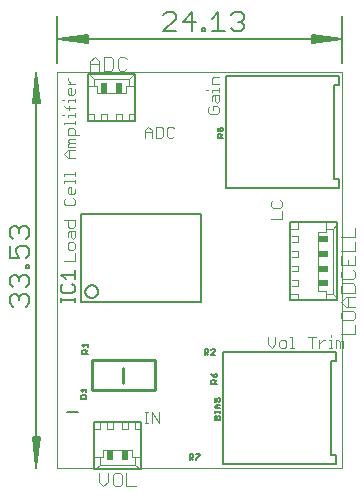
<source format=gto>
G75*
%MOIN*%
%OFA0B0*%
%FSLAX25Y25*%
%IPPOS*%
%LPD*%
%AMOC8*
5,1,8,0,0,1.08239X$1,22.5*
%
%ADD10C,0.00000*%
%ADD11C,0.00300*%
%ADD12C,0.00512*%
%ADD13C,0.00600*%
%ADD14C,0.00500*%
%ADD15C,0.01000*%
%ADD16C,0.00800*%
%ADD17C,0.00200*%
%ADD18C,0.00400*%
%ADD19R,0.01969X0.03445*%
%ADD20R,0.03445X0.01969*%
D10*
X0019595Y0008986D02*
X0019595Y0140946D01*
X0114296Y0140946D01*
X0114296Y0008986D01*
X0019595Y0008986D01*
D11*
X0048607Y0024136D02*
X0049841Y0024136D01*
X0049224Y0024136D02*
X0049224Y0027839D01*
X0048607Y0027839D02*
X0049841Y0027839D01*
X0051062Y0027839D02*
X0053531Y0024136D01*
X0053531Y0027839D01*
X0051062Y0027839D02*
X0051062Y0024136D01*
X0089745Y0050370D02*
X0090980Y0049136D01*
X0092214Y0050370D01*
X0092214Y0052839D01*
X0094045Y0051604D02*
X0093428Y0050987D01*
X0093428Y0049753D01*
X0094045Y0049136D01*
X0095280Y0049136D01*
X0095897Y0049753D01*
X0095897Y0050987D01*
X0095280Y0051604D01*
X0094045Y0051604D01*
X0097111Y0052839D02*
X0097729Y0052839D01*
X0097729Y0049136D01*
X0098346Y0049136D02*
X0097111Y0049136D01*
X0103250Y0052839D02*
X0105719Y0052839D01*
X0104484Y0052839D02*
X0104484Y0049136D01*
X0106933Y0049136D02*
X0106933Y0051604D01*
X0106933Y0050370D02*
X0108168Y0051604D01*
X0108785Y0051604D01*
X0110002Y0051604D02*
X0110620Y0051604D01*
X0110620Y0049136D01*
X0111237Y0049136D02*
X0110002Y0049136D01*
X0112458Y0049136D02*
X0112458Y0051604D01*
X0113075Y0051604D01*
X0113692Y0050987D01*
X0114309Y0051604D01*
X0114927Y0050987D01*
X0114927Y0049136D01*
X0113692Y0049136D02*
X0113692Y0050987D01*
X0110620Y0052839D02*
X0110620Y0053456D01*
X0089745Y0052839D02*
X0089745Y0050370D01*
X0090742Y0092136D02*
X0094445Y0092136D01*
X0094445Y0094604D01*
X0093828Y0095819D02*
X0094445Y0096436D01*
X0094445Y0097670D01*
X0093828Y0098287D01*
X0093828Y0095819D02*
X0091359Y0095819D01*
X0090742Y0096436D01*
X0090742Y0097670D01*
X0091359Y0098287D01*
X0072828Y0127136D02*
X0070359Y0127136D01*
X0069742Y0127753D01*
X0069742Y0128987D01*
X0070359Y0129604D01*
X0071594Y0129604D02*
X0071594Y0128370D01*
X0071594Y0129604D02*
X0072828Y0129604D01*
X0073445Y0128987D01*
X0073445Y0127753D01*
X0072828Y0127136D01*
X0072828Y0130819D02*
X0072211Y0131436D01*
X0072211Y0133287D01*
X0071594Y0133287D02*
X0073445Y0133287D01*
X0073445Y0131436D01*
X0072828Y0130819D01*
X0070976Y0131436D02*
X0070976Y0132670D01*
X0071594Y0133287D01*
X0070976Y0134502D02*
X0070976Y0135119D01*
X0073445Y0135119D01*
X0073445Y0134502D02*
X0073445Y0135736D01*
X0073445Y0136957D02*
X0070976Y0136957D01*
X0070976Y0138809D01*
X0071594Y0139426D01*
X0073445Y0139426D01*
X0069742Y0135119D02*
X0069125Y0135119D01*
X0057914Y0122839D02*
X0058531Y0122222D01*
X0057914Y0122839D02*
X0056679Y0122839D01*
X0056062Y0122222D01*
X0056062Y0119753D01*
X0056679Y0119136D01*
X0057914Y0119136D01*
X0058531Y0119753D01*
X0054848Y0119753D02*
X0054848Y0122222D01*
X0054230Y0122839D01*
X0052379Y0122839D01*
X0052379Y0119136D01*
X0054230Y0119136D01*
X0054848Y0119753D01*
X0051164Y0119136D02*
X0051164Y0121604D01*
X0049930Y0122839D01*
X0048696Y0121604D01*
X0048696Y0119136D01*
X0048696Y0120987D02*
X0051164Y0120987D01*
X0026680Y0119878D02*
X0022976Y0119878D01*
X0022976Y0121729D01*
X0023594Y0122347D01*
X0024828Y0122347D01*
X0025445Y0121729D01*
X0025445Y0119878D01*
X0025445Y0118663D02*
X0023594Y0118663D01*
X0022976Y0118046D01*
X0023594Y0117429D01*
X0025445Y0117429D01*
X0025445Y0116195D02*
X0022976Y0116195D01*
X0022976Y0116812D01*
X0023594Y0117429D01*
X0023594Y0114980D02*
X0023594Y0112512D01*
X0022976Y0112512D02*
X0021742Y0113746D01*
X0022976Y0114980D01*
X0025445Y0114980D01*
X0025445Y0112512D02*
X0022976Y0112512D01*
X0025445Y0107607D02*
X0025445Y0106373D01*
X0025445Y0106990D02*
X0021742Y0106990D01*
X0021742Y0106373D01*
X0021742Y0104535D02*
X0025445Y0104535D01*
X0025445Y0103918D02*
X0025445Y0105152D01*
X0024211Y0102703D02*
X0024211Y0100234D01*
X0024828Y0100234D02*
X0023594Y0100234D01*
X0022976Y0100852D01*
X0022976Y0102086D01*
X0023594Y0102703D01*
X0024211Y0102703D01*
X0025445Y0102086D02*
X0025445Y0100852D01*
X0024828Y0100234D01*
X0024828Y0099020D02*
X0025445Y0098403D01*
X0025445Y0097168D01*
X0024828Y0096551D01*
X0022359Y0096551D01*
X0021742Y0097168D01*
X0021742Y0098403D01*
X0022359Y0099020D01*
X0021742Y0103918D02*
X0021742Y0104535D01*
X0021742Y0091654D02*
X0025445Y0091654D01*
X0025445Y0089802D01*
X0024828Y0089185D01*
X0023594Y0089185D01*
X0022976Y0089802D01*
X0022976Y0091654D01*
X0023594Y0087971D02*
X0022976Y0087353D01*
X0022976Y0086119D01*
X0024211Y0086119D02*
X0024211Y0087971D01*
X0023594Y0087971D02*
X0025445Y0087971D01*
X0025445Y0086119D01*
X0024828Y0085502D01*
X0024211Y0086119D01*
X0024828Y0084287D02*
X0023594Y0084287D01*
X0022976Y0083670D01*
X0022976Y0082436D01*
X0023594Y0081819D01*
X0024828Y0081819D01*
X0025445Y0082436D01*
X0025445Y0083670D01*
X0024828Y0084287D01*
X0025445Y0080604D02*
X0025445Y0078136D01*
X0021742Y0078136D01*
X0021742Y0123561D02*
X0021742Y0124178D01*
X0025445Y0124178D01*
X0025445Y0123561D02*
X0025445Y0124795D01*
X0025445Y0126016D02*
X0025445Y0127251D01*
X0025445Y0126634D02*
X0022976Y0126634D01*
X0022976Y0126016D01*
X0021742Y0126634D02*
X0021125Y0126634D01*
X0022359Y0129089D02*
X0021742Y0129706D01*
X0022359Y0129089D02*
X0025445Y0129089D01*
X0025445Y0130927D02*
X0025445Y0132162D01*
X0025445Y0131544D02*
X0022976Y0131544D01*
X0022976Y0130927D01*
X0023594Y0129706D02*
X0023594Y0128472D01*
X0021742Y0131544D02*
X0021125Y0131544D01*
X0022976Y0134000D02*
X0022976Y0135234D01*
X0023594Y0135851D01*
X0024211Y0135851D01*
X0024211Y0133383D01*
X0024828Y0133383D02*
X0023594Y0133383D01*
X0022976Y0134000D01*
X0024828Y0133383D02*
X0025445Y0134000D01*
X0025445Y0135234D01*
X0025445Y0137066D02*
X0022976Y0137066D01*
X0022976Y0138300D02*
X0022976Y0138917D01*
X0022976Y0138300D02*
X0024211Y0137066D01*
D12*
X0012595Y0008986D02*
X0012595Y0008986D01*
X0012595Y0009241D02*
X0013619Y0019222D01*
X0013852Y0019222D02*
X0012595Y0009241D01*
X0011572Y0019222D01*
X0011338Y0019222D02*
X0013852Y0019222D01*
X0013107Y0019222D02*
X0012595Y0009241D01*
X0012083Y0019222D01*
X0011338Y0019222D02*
X0012595Y0009241D01*
X0012595Y0140730D01*
X0013619Y0130749D01*
X0013852Y0130749D02*
X0012595Y0140730D01*
X0011572Y0130749D01*
X0011338Y0130749D02*
X0013852Y0130749D01*
X0013107Y0130749D02*
X0012595Y0140730D01*
X0012083Y0130749D01*
X0011338Y0130749D02*
X0012595Y0140730D01*
X0012595Y0140986D02*
X0012595Y0140986D01*
X0019595Y0143986D02*
X0019595Y0159663D01*
X0019851Y0151986D02*
X0029831Y0150962D01*
X0029831Y0150729D02*
X0019851Y0151986D01*
X0029831Y0153009D01*
X0029831Y0153242D02*
X0029831Y0150729D01*
X0029831Y0151474D02*
X0019851Y0151986D01*
X0029831Y0152497D01*
X0029831Y0153242D02*
X0019851Y0151986D01*
X0114339Y0151986D01*
X0104359Y0150962D01*
X0104359Y0150729D02*
X0114339Y0151986D01*
X0104359Y0153009D01*
X0104359Y0153242D02*
X0104359Y0150729D01*
X0104359Y0151474D02*
X0114339Y0151986D01*
X0104359Y0152497D01*
X0104359Y0153242D02*
X0114339Y0151986D01*
X0114595Y0159663D02*
X0114595Y0143986D01*
D13*
X0081750Y0155615D02*
X0080682Y0154547D01*
X0078547Y0154547D01*
X0077479Y0155615D01*
X0075304Y0154547D02*
X0071034Y0154547D01*
X0073169Y0154547D02*
X0073169Y0160953D01*
X0071034Y0158818D01*
X0068879Y0155615D02*
X0068879Y0154547D01*
X0067811Y0154547D01*
X0067811Y0155615D01*
X0068879Y0155615D01*
X0065636Y0157750D02*
X0061366Y0157750D01*
X0064568Y0160953D01*
X0064568Y0154547D01*
X0059190Y0154547D02*
X0054920Y0154547D01*
X0059190Y0158818D01*
X0059190Y0159885D01*
X0058123Y0160953D01*
X0055988Y0160953D01*
X0054920Y0159885D01*
X0077479Y0159885D02*
X0078547Y0160953D01*
X0080682Y0160953D01*
X0081750Y0159885D01*
X0081750Y0158818D01*
X0080682Y0157750D01*
X0081750Y0156683D01*
X0081750Y0155615D01*
X0080682Y0157750D02*
X0079614Y0157750D01*
X0067497Y0093584D02*
X0027394Y0093584D01*
X0027394Y0064387D01*
X0067497Y0064387D01*
X0067497Y0093584D01*
X0028895Y0067886D02*
X0028897Y0067978D01*
X0028903Y0068069D01*
X0028913Y0068160D01*
X0028927Y0068251D01*
X0028945Y0068341D01*
X0028967Y0068430D01*
X0028992Y0068517D01*
X0029022Y0068604D01*
X0029055Y0068690D01*
X0029092Y0068773D01*
X0029132Y0068856D01*
X0029176Y0068936D01*
X0029224Y0069014D01*
X0029275Y0069091D01*
X0029329Y0069164D01*
X0029386Y0069236D01*
X0029447Y0069305D01*
X0029510Y0069371D01*
X0029576Y0069434D01*
X0029645Y0069495D01*
X0029717Y0069552D01*
X0029790Y0069606D01*
X0029867Y0069657D01*
X0029945Y0069705D01*
X0030025Y0069749D01*
X0030108Y0069789D01*
X0030191Y0069826D01*
X0030277Y0069859D01*
X0030364Y0069889D01*
X0030451Y0069914D01*
X0030540Y0069936D01*
X0030630Y0069954D01*
X0030721Y0069968D01*
X0030812Y0069978D01*
X0030903Y0069984D01*
X0030995Y0069986D01*
X0031087Y0069984D01*
X0031178Y0069978D01*
X0031269Y0069968D01*
X0031360Y0069954D01*
X0031450Y0069936D01*
X0031539Y0069914D01*
X0031626Y0069889D01*
X0031713Y0069859D01*
X0031799Y0069826D01*
X0031882Y0069789D01*
X0031965Y0069749D01*
X0032045Y0069705D01*
X0032123Y0069657D01*
X0032200Y0069606D01*
X0032273Y0069552D01*
X0032345Y0069495D01*
X0032414Y0069434D01*
X0032480Y0069371D01*
X0032543Y0069305D01*
X0032604Y0069236D01*
X0032661Y0069164D01*
X0032715Y0069091D01*
X0032766Y0069014D01*
X0032814Y0068936D01*
X0032858Y0068856D01*
X0032898Y0068773D01*
X0032935Y0068690D01*
X0032968Y0068604D01*
X0032998Y0068517D01*
X0033023Y0068430D01*
X0033045Y0068341D01*
X0033063Y0068251D01*
X0033077Y0068160D01*
X0033087Y0068069D01*
X0033093Y0067978D01*
X0033095Y0067886D01*
X0033093Y0067794D01*
X0033087Y0067703D01*
X0033077Y0067612D01*
X0033063Y0067521D01*
X0033045Y0067431D01*
X0033023Y0067342D01*
X0032998Y0067255D01*
X0032968Y0067168D01*
X0032935Y0067082D01*
X0032898Y0066999D01*
X0032858Y0066916D01*
X0032814Y0066836D01*
X0032766Y0066758D01*
X0032715Y0066681D01*
X0032661Y0066608D01*
X0032604Y0066536D01*
X0032543Y0066467D01*
X0032480Y0066401D01*
X0032414Y0066338D01*
X0032345Y0066277D01*
X0032273Y0066220D01*
X0032200Y0066166D01*
X0032123Y0066115D01*
X0032045Y0066067D01*
X0031965Y0066023D01*
X0031882Y0065983D01*
X0031799Y0065946D01*
X0031713Y0065913D01*
X0031626Y0065883D01*
X0031539Y0065858D01*
X0031450Y0065836D01*
X0031360Y0065818D01*
X0031269Y0065804D01*
X0031178Y0065794D01*
X0031087Y0065788D01*
X0030995Y0065786D01*
X0030903Y0065788D01*
X0030812Y0065794D01*
X0030721Y0065804D01*
X0030630Y0065818D01*
X0030540Y0065836D01*
X0030451Y0065858D01*
X0030364Y0065883D01*
X0030277Y0065913D01*
X0030191Y0065946D01*
X0030108Y0065983D01*
X0030025Y0066023D01*
X0029945Y0066067D01*
X0029867Y0066115D01*
X0029790Y0066166D01*
X0029717Y0066220D01*
X0029645Y0066277D01*
X0029576Y0066338D01*
X0029510Y0066401D01*
X0029447Y0066467D01*
X0029386Y0066536D01*
X0029329Y0066608D01*
X0029275Y0066681D01*
X0029224Y0066758D01*
X0029176Y0066836D01*
X0029132Y0066916D01*
X0029092Y0066999D01*
X0029055Y0067082D01*
X0029022Y0067168D01*
X0028992Y0067255D01*
X0028967Y0067342D01*
X0028945Y0067431D01*
X0028927Y0067521D01*
X0028913Y0067612D01*
X0028903Y0067703D01*
X0028897Y0067794D01*
X0028895Y0067886D01*
X0010033Y0066013D02*
X0010033Y0063878D01*
X0008966Y0062810D01*
X0006831Y0064946D02*
X0006831Y0066013D01*
X0007898Y0067081D01*
X0008966Y0067081D01*
X0010033Y0066013D01*
X0008966Y0069256D02*
X0010033Y0070323D01*
X0010033Y0072459D01*
X0008966Y0073526D01*
X0007898Y0073526D01*
X0006831Y0072459D01*
X0006831Y0071391D01*
X0006831Y0072459D02*
X0005763Y0073526D01*
X0004695Y0073526D01*
X0003628Y0072459D01*
X0003628Y0070323D01*
X0004695Y0069256D01*
X0004695Y0067081D02*
X0003628Y0066013D01*
X0003628Y0063878D01*
X0004695Y0062810D01*
X0006831Y0066013D02*
X0005763Y0067081D01*
X0004695Y0067081D01*
X0008966Y0075701D02*
X0008966Y0076769D01*
X0010033Y0076769D01*
X0010033Y0075701D01*
X0008966Y0075701D01*
X0008966Y0078924D02*
X0010033Y0079992D01*
X0010033Y0082127D01*
X0008966Y0083194D01*
X0006831Y0083194D01*
X0005763Y0082127D01*
X0005763Y0081059D01*
X0006831Y0078924D01*
X0003628Y0078924D01*
X0003628Y0083194D01*
X0004695Y0085370D02*
X0003628Y0086437D01*
X0003628Y0088572D01*
X0004695Y0089640D01*
X0005763Y0089640D01*
X0006831Y0088572D01*
X0007898Y0089640D01*
X0008966Y0089640D01*
X0010033Y0088572D01*
X0010033Y0086437D01*
X0008966Y0085370D01*
X0006831Y0087505D02*
X0006831Y0088572D01*
D14*
X0020841Y0073410D02*
X0025345Y0073410D01*
X0025345Y0071909D02*
X0025345Y0074911D01*
X0022343Y0071909D02*
X0020841Y0073410D01*
X0021592Y0070307D02*
X0020841Y0069557D01*
X0020841Y0068055D01*
X0021592Y0067305D01*
X0024595Y0067305D01*
X0025345Y0068055D01*
X0025345Y0069557D01*
X0024595Y0070307D01*
X0025345Y0065737D02*
X0025345Y0064236D01*
X0025345Y0064986D02*
X0020841Y0064986D01*
X0020841Y0064236D02*
X0020841Y0065737D01*
X0027844Y0049869D02*
X0029745Y0049869D01*
X0029745Y0049236D02*
X0029745Y0050503D01*
X0028477Y0049236D02*
X0027844Y0049869D01*
X0028160Y0048293D02*
X0027844Y0047976D01*
X0027844Y0047026D01*
X0029745Y0047026D01*
X0029111Y0047026D02*
X0029111Y0047976D01*
X0028794Y0048293D01*
X0028160Y0048293D01*
X0029111Y0047660D02*
X0029745Y0048293D01*
X0029245Y0035503D02*
X0029245Y0034236D01*
X0029245Y0034869D02*
X0027344Y0034869D01*
X0027977Y0034236D01*
X0027660Y0033293D02*
X0028928Y0033293D01*
X0029245Y0032976D01*
X0029245Y0032026D01*
X0027344Y0032026D01*
X0027344Y0032976D01*
X0027660Y0033293D01*
X0026470Y0027736D02*
X0022720Y0027736D01*
X0063635Y0013737D02*
X0063635Y0011836D01*
X0063635Y0012469D02*
X0064586Y0012469D01*
X0064903Y0012786D01*
X0064903Y0013420D01*
X0064586Y0013737D01*
X0063635Y0013737D01*
X0064269Y0012469D02*
X0064903Y0011836D01*
X0065845Y0011836D02*
X0065845Y0012152D01*
X0067113Y0013420D01*
X0067113Y0013737D01*
X0065845Y0013737D01*
X0071944Y0025184D02*
X0071944Y0026135D01*
X0072260Y0026452D01*
X0072577Y0026452D01*
X0072894Y0026135D01*
X0072894Y0025184D01*
X0071944Y0025184D02*
X0073845Y0025184D01*
X0073845Y0026135D01*
X0073528Y0026452D01*
X0073211Y0026452D01*
X0072894Y0026135D01*
X0071944Y0027394D02*
X0071944Y0028028D01*
X0071944Y0027711D02*
X0073845Y0027711D01*
X0073845Y0027394D02*
X0073845Y0028028D01*
X0073845Y0028867D02*
X0072577Y0028867D01*
X0071944Y0029501D01*
X0072577Y0030135D01*
X0073845Y0030135D01*
X0072894Y0030135D02*
X0072894Y0028867D01*
X0072577Y0031077D02*
X0072894Y0031394D01*
X0072894Y0032028D01*
X0073211Y0032345D01*
X0073528Y0032345D01*
X0073845Y0032028D01*
X0073845Y0031394D01*
X0073528Y0031077D01*
X0072577Y0031077D02*
X0072260Y0031077D01*
X0071944Y0031394D01*
X0071944Y0032028D01*
X0072260Y0032345D01*
X0072111Y0037026D02*
X0072111Y0037976D01*
X0071794Y0038293D01*
X0071160Y0038293D01*
X0070844Y0037976D01*
X0070844Y0037026D01*
X0072745Y0037026D01*
X0072111Y0037660D02*
X0072745Y0038293D01*
X0072428Y0039236D02*
X0072745Y0039552D01*
X0072745Y0040186D01*
X0072428Y0040503D01*
X0072111Y0040503D01*
X0071794Y0040186D01*
X0071794Y0039236D01*
X0072428Y0039236D01*
X0071794Y0039236D02*
X0071160Y0039869D01*
X0070844Y0040503D01*
X0070845Y0046836D02*
X0072113Y0048103D01*
X0072113Y0048420D01*
X0071796Y0048737D01*
X0071162Y0048737D01*
X0070845Y0048420D01*
X0069903Y0048420D02*
X0069903Y0047786D01*
X0069586Y0047469D01*
X0068635Y0047469D01*
X0068635Y0046836D02*
X0068635Y0048737D01*
X0069586Y0048737D01*
X0069903Y0048420D01*
X0069269Y0047469D02*
X0069903Y0046836D01*
X0070845Y0046836D02*
X0072113Y0046836D01*
X0072944Y0119026D02*
X0072944Y0119976D01*
X0073260Y0120293D01*
X0073894Y0120293D01*
X0074211Y0119976D01*
X0074211Y0119026D01*
X0074211Y0119660D02*
X0074845Y0120293D01*
X0074528Y0121236D02*
X0074845Y0121552D01*
X0074845Y0122186D01*
X0074528Y0122503D01*
X0073894Y0122503D01*
X0073894Y0121869D01*
X0073260Y0121236D02*
X0072944Y0121552D01*
X0072944Y0122186D01*
X0073260Y0122503D01*
X0073260Y0121236D02*
X0074528Y0121236D01*
X0074845Y0119026D02*
X0072944Y0119026D01*
D15*
X0052095Y0044986D02*
X0031095Y0044986D01*
X0031095Y0034986D01*
X0052095Y0034986D01*
X0052095Y0044986D01*
X0041595Y0042486D02*
X0041595Y0037486D01*
D16*
X0045501Y0024399D02*
X0033690Y0024399D01*
X0031623Y0024399D01*
X0031623Y0008651D01*
X0032213Y0008651D01*
X0046977Y0008651D01*
X0047568Y0008651D01*
X0047568Y0024399D01*
X0045501Y0024399D01*
X0074835Y0010226D02*
X0112355Y0010226D01*
X0112355Y0013238D01*
X0110780Y0013238D01*
X0110780Y0044734D01*
X0112355Y0044734D01*
X0112355Y0047745D01*
X0074835Y0047745D01*
X0074835Y0010226D01*
X0097182Y0065092D02*
X0112930Y0065092D01*
X0112930Y0065682D01*
X0112930Y0090289D01*
X0112930Y0090879D01*
X0097182Y0090879D01*
X0097182Y0088812D01*
X0097182Y0067159D01*
X0097182Y0065092D01*
X0113355Y0102226D02*
X0075835Y0102226D01*
X0075835Y0139745D01*
X0113355Y0139745D01*
X0113355Y0136734D01*
X0111780Y0136734D01*
X0111780Y0105238D01*
X0113355Y0105238D01*
X0113355Y0102226D01*
X0045568Y0124572D02*
X0045568Y0140320D01*
X0044977Y0140320D01*
X0030213Y0140320D01*
X0029623Y0140320D01*
X0029623Y0124572D01*
X0031690Y0124572D01*
X0043501Y0124572D01*
X0045568Y0124572D01*
D17*
X0043501Y0124572D02*
X0043501Y0127033D01*
X0045469Y0127033D01*
X0041040Y0127033D02*
X0041040Y0125064D01*
X0039072Y0125064D02*
X0039072Y0127033D01*
X0041040Y0127033D01*
X0036119Y0127033D02*
X0036119Y0125064D01*
X0034150Y0125064D02*
X0034150Y0127033D01*
X0036119Y0127033D01*
X0031690Y0127033D02*
X0031690Y0124572D01*
X0031690Y0127033D02*
X0029721Y0127033D01*
X0032674Y0133923D02*
X0042516Y0133923D01*
X0042516Y0136383D01*
X0043501Y0136383D01*
X0043501Y0138844D01*
X0044977Y0140320D01*
X0043501Y0138844D02*
X0031690Y0138844D01*
X0030213Y0140320D01*
X0031690Y0138844D02*
X0031690Y0136383D01*
X0032674Y0136383D01*
X0032674Y0133923D01*
X0031690Y0136383D02*
X0029721Y0136383D01*
X0043501Y0136383D02*
X0045469Y0136383D01*
X0097182Y0088812D02*
X0099642Y0088812D01*
X0099642Y0090781D01*
X0099642Y0086352D02*
X0097674Y0086352D01*
X0099642Y0086352D02*
X0099642Y0084383D01*
X0097674Y0084383D01*
X0097674Y0081430D02*
X0099642Y0081430D01*
X0099642Y0079462D01*
X0097674Y0079462D01*
X0097674Y0076509D02*
X0099642Y0076509D01*
X0099642Y0074541D01*
X0097674Y0074541D01*
X0097674Y0071588D02*
X0099642Y0071588D01*
X0099642Y0069619D01*
X0097674Y0069619D01*
X0097182Y0067159D02*
X0099642Y0067159D01*
X0099642Y0065190D01*
X0106532Y0068143D02*
X0108993Y0068143D01*
X0108993Y0067159D01*
X0111453Y0067159D01*
X0112930Y0065682D01*
X0111453Y0067159D02*
X0111453Y0088812D01*
X0112930Y0090289D01*
X0111453Y0088812D02*
X0108993Y0088812D01*
X0108993Y0087828D01*
X0106532Y0087828D01*
X0106532Y0068143D01*
X0108993Y0067159D02*
X0108993Y0065190D01*
X0108993Y0088812D02*
X0108993Y0090781D01*
X0047469Y0021938D02*
X0045501Y0021938D01*
X0045501Y0024399D01*
X0043040Y0023907D02*
X0043040Y0021938D01*
X0041072Y0021938D01*
X0041072Y0023907D01*
X0038119Y0023907D02*
X0038119Y0021938D01*
X0036150Y0021938D01*
X0036150Y0023907D01*
X0033690Y0024399D02*
X0033690Y0021938D01*
X0031721Y0021938D01*
X0034674Y0015049D02*
X0034674Y0012588D01*
X0033690Y0012588D01*
X0033690Y0010127D01*
X0032213Y0008651D01*
X0033690Y0010127D02*
X0045501Y0010127D01*
X0046977Y0008651D01*
X0045501Y0010127D02*
X0045501Y0012588D01*
X0044516Y0012588D01*
X0044516Y0015049D01*
X0034674Y0015049D01*
X0033690Y0012588D02*
X0031721Y0012588D01*
X0045501Y0012588D02*
X0047469Y0012588D01*
D18*
X0042573Y0007471D02*
X0042573Y0002867D01*
X0045642Y0002867D01*
X0041038Y0003634D02*
X0040271Y0002867D01*
X0038736Y0002867D01*
X0037969Y0003634D01*
X0037969Y0006703D01*
X0038736Y0007471D01*
X0040271Y0007471D01*
X0041038Y0006703D01*
X0041038Y0003634D01*
X0036435Y0004401D02*
X0036435Y0007471D01*
X0036435Y0004401D02*
X0034900Y0002867D01*
X0033365Y0004401D01*
X0033365Y0007471D01*
X0114110Y0053657D02*
X0118714Y0053657D01*
X0118714Y0056727D01*
X0117947Y0058261D02*
X0118714Y0059028D01*
X0118714Y0060563D01*
X0117947Y0061330D01*
X0114877Y0061330D01*
X0114110Y0060563D01*
X0114110Y0059028D01*
X0114877Y0058261D01*
X0117947Y0058261D01*
X0118714Y0062865D02*
X0115645Y0062865D01*
X0114110Y0064400D01*
X0115645Y0065934D01*
X0118714Y0065934D01*
X0118714Y0067469D02*
X0118714Y0069771D01*
X0117947Y0070538D01*
X0114877Y0070538D01*
X0114110Y0069771D01*
X0114110Y0067469D01*
X0118714Y0067469D01*
X0116412Y0065934D02*
X0116412Y0062865D01*
X0114877Y0072073D02*
X0117947Y0072073D01*
X0118714Y0072840D01*
X0118714Y0074375D01*
X0117947Y0075142D01*
X0118714Y0076677D02*
X0118714Y0079746D01*
X0118714Y0081281D02*
X0118714Y0084350D01*
X0118714Y0085885D02*
X0118714Y0088954D01*
X0118714Y0085885D02*
X0114110Y0085885D01*
X0114110Y0081281D02*
X0118714Y0081281D01*
X0116412Y0078211D02*
X0116412Y0076677D01*
X0114877Y0075142D02*
X0114110Y0074375D01*
X0114110Y0072840D01*
X0114877Y0072073D01*
X0114110Y0076677D02*
X0118714Y0076677D01*
X0114110Y0076677D02*
X0114110Y0079746D01*
X0042690Y0142272D02*
X0041923Y0141504D01*
X0040388Y0141504D01*
X0039621Y0142272D01*
X0039621Y0145341D01*
X0040388Y0146108D01*
X0041923Y0146108D01*
X0042690Y0145341D01*
X0038086Y0145341D02*
X0038086Y0142272D01*
X0037319Y0141504D01*
X0035017Y0141504D01*
X0035017Y0146108D01*
X0037319Y0146108D01*
X0038086Y0145341D01*
X0033483Y0144574D02*
X0033483Y0141504D01*
X0033483Y0143806D02*
X0030413Y0143806D01*
X0030413Y0144574D02*
X0031948Y0146108D01*
X0033483Y0144574D01*
X0030413Y0144574D02*
X0030413Y0141504D01*
D19*
X0035135Y0135645D03*
X0040056Y0135645D03*
X0042056Y0013326D03*
X0037135Y0013326D03*
D20*
X0108255Y0070604D03*
X0108255Y0075525D03*
X0108255Y0080446D03*
X0108255Y0085367D03*
M02*

</source>
